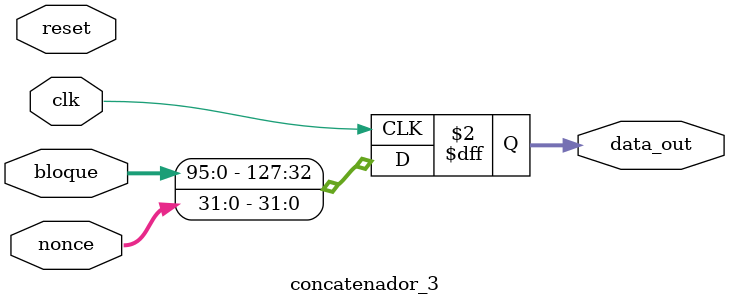
<source format=v>
module concatenador_3#(parameter byte = 8 )(
    input[byte*4-1:0] nonce,
    input [byte*12-1:0]bloque, 
    input clk, 
    input reset,
    output reg [byte*16-1:0]data_out);

always @(posedge clk) begin
    data_out[byte*4-1:0] <= nonce[byte*4-1:0];
    data_out[byte*16-1:byte*4] <= bloque[byte*12-1:0];
end

endmodule
</source>
